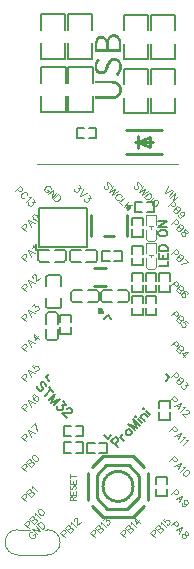
<source format=gto>
G04 Layer: TopSilkscreenLayer*
G04 EasyEDA v6.5.22, 2022-11-29 03:43:51*
G04 8ec36cdae1d24b8a87879ab1f9b651ff,67344a67363949849f01d11c0c7cf016,10*
G04 Gerber Generator version 0.2*
G04 Scale: 100 percent, Rotated: No, Reflected: No *
G04 Dimensions in inches *
G04 leading zeros omitted , absolute positions ,3 integer and 6 decimal *
%FSLAX36Y36*%
%MOIN*%

%ADD10C,0.0040*%
%ADD11C,0.0060*%
%ADD12C,0.0050*%
%ADD13C,0.0020*%
%ADD14C,0.0079*%
%ADD15C,0.0060*%
%ADD16C,0.0100*%
%ADD17C,0.0039*%
%ADD18C,0.0079*%
%ADD19C,0.0118*%
%ADD20C,0.0104*%

%LPD*%
G36*
X470300Y-136500D02*
G01*
X467400Y-136660D01*
X464700Y-137100D01*
X462220Y-137840D01*
X459940Y-138840D01*
X457860Y-140100D01*
X456000Y-141600D01*
X454340Y-143320D01*
X452900Y-145260D01*
X451659Y-147380D01*
X450620Y-149700D01*
X449799Y-152180D01*
X449200Y-154800D01*
X448700Y-154800D01*
X447920Y-152780D01*
X446960Y-150920D01*
X445820Y-149200D01*
X444500Y-147680D01*
X443040Y-146300D01*
X441440Y-145100D01*
X439700Y-144080D01*
X437860Y-143220D01*
X435920Y-142560D01*
X433880Y-142080D01*
X431780Y-141800D01*
X429600Y-141700D01*
X427380Y-141780D01*
X425300Y-142060D01*
X423360Y-142500D01*
X421540Y-143100D01*
X419840Y-143880D01*
X418280Y-144800D01*
X416820Y-145880D01*
X415500Y-147100D01*
X414300Y-148480D01*
X413200Y-149980D01*
X412220Y-151640D01*
X411360Y-153400D01*
X410600Y-155300D01*
X409940Y-157320D01*
X409400Y-159460D01*
X408960Y-161700D01*
X408620Y-164060D01*
X408380Y-166520D01*
X408240Y-169060D01*
X408200Y-187200D01*
X416100Y-187200D01*
X416100Y-173100D01*
X416180Y-169680D01*
X416440Y-166540D01*
X416880Y-163700D01*
X417520Y-161140D01*
X418340Y-158900D01*
X419400Y-156940D01*
X420680Y-155280D01*
X422180Y-153920D01*
X423940Y-152860D01*
X425959Y-152100D01*
X428240Y-151660D01*
X430800Y-151500D01*
X433040Y-151640D01*
X435140Y-152040D01*
X437060Y-152740D01*
X438820Y-153740D01*
X440400Y-155060D01*
X441780Y-156680D01*
X442980Y-158620D01*
X443980Y-160920D01*
X444760Y-163560D01*
X445340Y-166560D01*
X445680Y-169940D01*
X445800Y-173700D01*
X445800Y-187200D01*
X453500Y-187200D01*
X453500Y-171300D01*
X453560Y-168400D01*
X453740Y-165660D01*
X454060Y-163080D01*
X454480Y-160680D01*
X455060Y-158440D01*
X455740Y-156380D01*
X456560Y-154480D01*
X457520Y-152780D01*
X458600Y-151280D01*
X459820Y-149940D01*
X461160Y-148820D01*
X462660Y-147880D01*
X464280Y-147160D01*
X466040Y-146620D01*
X467960Y-146300D01*
X470000Y-146200D01*
X472239Y-146320D01*
X474340Y-146640D01*
X476280Y-147180D01*
X478060Y-147920D01*
X479700Y-148880D01*
X481180Y-150020D01*
X482520Y-151380D01*
X483700Y-152900D01*
X484739Y-154620D01*
X485640Y-156500D01*
X486400Y-158560D01*
X487020Y-160799D01*
X487500Y-163200D01*
X487840Y-165740D01*
X488040Y-168440D01*
X488100Y-171300D01*
X488100Y-187200D01*
X408200Y-187200D01*
X408200Y-197100D01*
X496000Y-197100D01*
X496000Y-169800D01*
X495940Y-166900D01*
X495740Y-164080D01*
X495420Y-161380D01*
X494980Y-158780D01*
X494400Y-156280D01*
X493700Y-153920D01*
X492860Y-151680D01*
X491900Y-149560D01*
X490820Y-147600D01*
X489600Y-145760D01*
X488260Y-144080D01*
X486780Y-142540D01*
X485180Y-141180D01*
X483440Y-139960D01*
X481580Y-138940D01*
X479580Y-138080D01*
X477460Y-137400D01*
X475200Y-136900D01*
X472819Y-136600D01*
G37*
G36*
X473000Y-214600D02*
G01*
X469860Y-214760D01*
X467020Y-215260D01*
X464420Y-216040D01*
X462060Y-217100D01*
X459920Y-218420D01*
X457980Y-219960D01*
X456220Y-221720D01*
X454600Y-223660D01*
X453140Y-225780D01*
X451800Y-228039D01*
X450560Y-230420D01*
X449400Y-232900D01*
X442920Y-248160D01*
X441700Y-250700D01*
X440340Y-253160D01*
X438720Y-255420D01*
X436820Y-257340D01*
X434580Y-258860D01*
X431920Y-259840D01*
X428800Y-260200D01*
X426800Y-260060D01*
X424920Y-259640D01*
X423200Y-258980D01*
X421640Y-258060D01*
X420220Y-256900D01*
X418980Y-255520D01*
X417920Y-253939D01*
X417020Y-252140D01*
X416320Y-250159D01*
X415820Y-248000D01*
X415500Y-245680D01*
X415400Y-243200D01*
X415540Y-240140D01*
X415980Y-237240D01*
X416680Y-234500D01*
X417640Y-231920D01*
X418860Y-229480D01*
X420300Y-227160D01*
X421940Y-224980D01*
X423800Y-222900D01*
X417400Y-217600D01*
X415840Y-219160D01*
X414380Y-220840D01*
X413020Y-222640D01*
X411760Y-224540D01*
X410620Y-226560D01*
X409600Y-228680D01*
X408720Y-230880D01*
X407980Y-233180D01*
X407380Y-235580D01*
X406960Y-238039D01*
X406700Y-240580D01*
X406599Y-243200D01*
X406719Y-246080D01*
X407040Y-248840D01*
X407580Y-251500D01*
X408300Y-254020D01*
X409240Y-256400D01*
X410340Y-258640D01*
X411620Y-260700D01*
X413060Y-262600D01*
X414660Y-264320D01*
X416400Y-265840D01*
X418300Y-267160D01*
X420319Y-268260D01*
X422440Y-269140D01*
X424700Y-269780D01*
X427060Y-270160D01*
X429500Y-270300D01*
X432580Y-270100D01*
X435400Y-269540D01*
X437939Y-268660D01*
X440260Y-267480D01*
X442340Y-266060D01*
X444219Y-264420D01*
X445880Y-262620D01*
X447380Y-260680D01*
X448700Y-258660D01*
X449860Y-256580D01*
X450900Y-254480D01*
X459320Y-235680D01*
X461240Y-232079D01*
X462280Y-230479D01*
X463420Y-229040D01*
X464680Y-227800D01*
X466100Y-226720D01*
X467680Y-225859D01*
X469460Y-225219D01*
X471460Y-224840D01*
X473700Y-224700D01*
X475880Y-224860D01*
X477939Y-225300D01*
X479860Y-226020D01*
X481620Y-227040D01*
X483200Y-228320D01*
X484620Y-229840D01*
X485860Y-231640D01*
X486880Y-233660D01*
X487700Y-235920D01*
X488300Y-238400D01*
X488680Y-241100D01*
X488800Y-244000D01*
X488720Y-246340D01*
X488440Y-248640D01*
X488020Y-250920D01*
X487420Y-253160D01*
X486680Y-255340D01*
X485780Y-257460D01*
X484739Y-259520D01*
X483579Y-261520D01*
X482260Y-263420D01*
X480820Y-265240D01*
X479260Y-266980D01*
X477600Y-268600D01*
X484500Y-274600D01*
X487360Y-271640D01*
X488680Y-270080D01*
X491079Y-266720D01*
X492160Y-264960D01*
X493160Y-263120D01*
X494060Y-261240D01*
X494860Y-259300D01*
X496180Y-255240D01*
X496680Y-253120D01*
X497080Y-250960D01*
X497360Y-248760D01*
X497540Y-246500D01*
X497600Y-244200D01*
X497520Y-241520D01*
X497280Y-238939D01*
X496900Y-236480D01*
X496360Y-234140D01*
X495700Y-231900D01*
X494900Y-229780D01*
X493960Y-227780D01*
X492920Y-225920D01*
X491740Y-224180D01*
X490480Y-222580D01*
X489099Y-221100D01*
X487620Y-219780D01*
X486060Y-218600D01*
X484400Y-217560D01*
X482660Y-216660D01*
X480860Y-215940D01*
X478980Y-215360D01*
X477040Y-214940D01*
X475040Y-214680D01*
G37*
G36*
X408200Y-291000D02*
G01*
X408200Y-300400D01*
X460500Y-300400D01*
X463620Y-300480D01*
X466540Y-300680D01*
X469240Y-301040D01*
X471740Y-301520D01*
X474040Y-302120D01*
X476140Y-302840D01*
X478060Y-303660D01*
X479799Y-304600D01*
X481360Y-305640D01*
X482760Y-306780D01*
X483980Y-308000D01*
X485060Y-309300D01*
X485980Y-310680D01*
X486760Y-312140D01*
X487420Y-313640D01*
X487939Y-315220D01*
X488320Y-316860D01*
X488600Y-318520D01*
X488800Y-322000D01*
X488720Y-324159D01*
X488459Y-326280D01*
X488040Y-328300D01*
X487420Y-330240D01*
X486580Y-332100D01*
X485540Y-333840D01*
X484260Y-335480D01*
X482760Y-336980D01*
X480980Y-338360D01*
X478940Y-339580D01*
X476640Y-340640D01*
X474040Y-341540D01*
X471140Y-342239D01*
X467920Y-342760D01*
X464380Y-343100D01*
X460500Y-343200D01*
X408200Y-343200D01*
X408200Y-353100D01*
X460400Y-353100D01*
X463800Y-353020D01*
X467000Y-352819D01*
X470000Y-352480D01*
X472840Y-352000D01*
X475500Y-351400D01*
X477980Y-350680D01*
X480300Y-349840D01*
X482440Y-348880D01*
X484440Y-347819D01*
X486260Y-346659D01*
X487939Y-345400D01*
X489460Y-344040D01*
X490840Y-342600D01*
X492080Y-341060D01*
X493180Y-339440D01*
X494159Y-337760D01*
X495000Y-335980D01*
X495720Y-334159D01*
X496300Y-332260D01*
X496780Y-330319D01*
X497140Y-328300D01*
X497400Y-326240D01*
X497560Y-324140D01*
X497560Y-319860D01*
X497400Y-317780D01*
X497140Y-315720D01*
X496780Y-313740D01*
X496300Y-311780D01*
X495720Y-309900D01*
X495000Y-308080D01*
X494159Y-306320D01*
X493180Y-304640D01*
X492080Y-303020D01*
X490840Y-301500D01*
X489460Y-300040D01*
X487939Y-298700D01*
X486260Y-297440D01*
X484440Y-296280D01*
X482440Y-295220D01*
X480300Y-294260D01*
X477980Y-293420D01*
X475500Y-292700D01*
X472840Y-292100D01*
X470000Y-291620D01*
X467000Y-291280D01*
X463800Y-291080D01*
X460400Y-291000D01*
G37*
D10*
X162887Y-777887D02*
G01*
X179081Y-794081D01*
X162887Y-777887D02*
G01*
X169818Y-770958D01*
X172928Y-769403D01*
X174484Y-769403D01*
X176747Y-770109D01*
X179081Y-772442D01*
X179859Y-774776D01*
X179859Y-776332D01*
X178303Y-779443D01*
X171372Y-786372D01*
X184949Y-755826D02*
G01*
X194991Y-778171D01*
X184949Y-755826D02*
G01*
X207294Y-765866D01*
X191878Y-770533D02*
G01*
X199657Y-762755D01*
X200859Y-739915D02*
G01*
X199304Y-743027D01*
X200010Y-746846D01*
X203121Y-751512D01*
X205455Y-753845D01*
X210052Y-756887D01*
X213940Y-757665D01*
X217051Y-756109D01*
X218607Y-754553D01*
X220093Y-751512D01*
X219315Y-747624D01*
X216275Y-743027D01*
X213940Y-740693D01*
X209274Y-737582D01*
X205455Y-736876D01*
X202415Y-738360D01*
X200859Y-739915D01*
X162887Y-877887D02*
G01*
X179081Y-894081D01*
X162887Y-877887D02*
G01*
X169818Y-870958D01*
X172928Y-869403D01*
X174484Y-869403D01*
X176747Y-870109D01*
X179081Y-872442D01*
X179859Y-874776D01*
X179859Y-876332D01*
X178303Y-879443D01*
X171372Y-886372D01*
X184949Y-855826D02*
G01*
X194991Y-878171D01*
X184949Y-855826D02*
G01*
X207294Y-865866D01*
X191878Y-870533D02*
G01*
X199657Y-862755D01*
X199232Y-847624D02*
G01*
X200082Y-845360D01*
X200082Y-840693D01*
X216275Y-856887D01*
X162845Y-977845D02*
G01*
X179108Y-994108D01*
X162845Y-977845D02*
G01*
X169774Y-970916D01*
X172887Y-969360D01*
X174441Y-969360D01*
X176775Y-970138D01*
X179108Y-972471D01*
X179886Y-974805D01*
X179886Y-976361D01*
X178261Y-979400D01*
X171331Y-986331D01*
X184906Y-955783D02*
G01*
X195019Y-978198D01*
X184906Y-955783D02*
G01*
X207323Y-965895D01*
X191837Y-970491D02*
G01*
X199614Y-962714D01*
X200817Y-947651D02*
G01*
X200039Y-946873D01*
X199261Y-944540D01*
X199261Y-942984D01*
X200039Y-940652D01*
X203079Y-937611D01*
X205412Y-936833D01*
X206968Y-936833D01*
X209302Y-937611D01*
X210857Y-939167D01*
X211635Y-941500D01*
X212343Y-945318D01*
X212413Y-960803D01*
X223233Y-949985D01*
X162908Y-1077853D02*
G01*
X179101Y-1094045D01*
X162908Y-1077853D02*
G01*
X169839Y-1070922D01*
X172950Y-1069367D01*
X174434Y-1069438D01*
X176768Y-1070216D01*
X179030Y-1072478D01*
X179809Y-1074812D01*
X179879Y-1076296D01*
X178323Y-1079407D01*
X171395Y-1086338D01*
X184971Y-1055790D02*
G01*
X194940Y-1078206D01*
X184971Y-1055790D02*
G01*
X207316Y-1065832D01*
X191900Y-1070498D02*
G01*
X199607Y-1062791D01*
X197770Y-1042991D02*
G01*
X206255Y-1034506D01*
X207739Y-1045326D01*
X210073Y-1042991D01*
X212406Y-1042213D01*
X213962Y-1042213D01*
X217073Y-1043769D01*
X218629Y-1045326D01*
X220113Y-1048366D01*
X220113Y-1051478D01*
X218559Y-1054589D01*
X216224Y-1056921D01*
X213184Y-1058407D01*
X211628Y-1058407D01*
X209295Y-1057629D01*
X162845Y-1177845D02*
G01*
X179108Y-1194108D01*
X162845Y-1177845D02*
G01*
X169774Y-1170916D01*
X172887Y-1169360D01*
X174441Y-1169360D01*
X176775Y-1170138D01*
X179108Y-1172471D01*
X179886Y-1174805D01*
X179886Y-1176361D01*
X178261Y-1179400D01*
X171331Y-1186331D01*
X184906Y-1155783D02*
G01*
X195019Y-1178198D01*
X184906Y-1155783D02*
G01*
X207323Y-1165895D01*
X191837Y-1170491D02*
G01*
X199614Y-1162714D01*
X203858Y-1136833D02*
G01*
X206968Y-1155360D01*
X218566Y-1143762D01*
X203858Y-1136833D02*
G01*
X220120Y-1153096D01*
X162860Y-1277860D02*
G01*
X179052Y-1294052D01*
X162860Y-1277860D02*
G01*
X169789Y-1270929D01*
X172901Y-1269373D01*
X174456Y-1269373D01*
X176790Y-1270151D01*
X179122Y-1272485D01*
X179830Y-1274747D01*
X179830Y-1276304D01*
X178274Y-1279414D01*
X171345Y-1286345D01*
X184920Y-1255797D02*
G01*
X194962Y-1278143D01*
X184920Y-1255797D02*
G01*
X207265Y-1265839D01*
X191851Y-1270506D02*
G01*
X199628Y-1262728D01*
X205428Y-1235291D02*
G01*
X197719Y-1242998D01*
X203872Y-1250707D01*
X203872Y-1249151D01*
X205497Y-1246111D01*
X207831Y-1243777D01*
X210801Y-1242222D01*
X213912Y-1242222D01*
X217024Y-1243777D01*
X218580Y-1245333D01*
X220135Y-1248443D01*
X220064Y-1251484D01*
X218580Y-1254524D01*
X216246Y-1256858D01*
X213135Y-1258413D01*
X211579Y-1258413D01*
X209317Y-1257707D01*
X162845Y-1377845D02*
G01*
X179108Y-1394108D01*
X162845Y-1377845D02*
G01*
X169774Y-1370916D01*
X172887Y-1369360D01*
X174441Y-1369360D01*
X176775Y-1370138D01*
X179108Y-1372471D01*
X179886Y-1374805D01*
X179886Y-1376361D01*
X178261Y-1379400D01*
X171331Y-1386331D01*
X184906Y-1355783D02*
G01*
X195019Y-1378198D01*
X184906Y-1355783D02*
G01*
X207323Y-1365895D01*
X191837Y-1370491D02*
G01*
X199614Y-1362714D01*
X207746Y-1337611D02*
G01*
X205412Y-1336833D01*
X202372Y-1338317D01*
X200817Y-1339873D01*
X199261Y-1342984D01*
X200039Y-1346873D01*
X203150Y-1351541D01*
X206968Y-1355360D01*
X210857Y-1357692D01*
X213969Y-1357692D01*
X217080Y-1356136D01*
X217858Y-1355360D01*
X219342Y-1352319D01*
X219342Y-1349207D01*
X217788Y-1346095D01*
X217010Y-1345318D01*
X213899Y-1343762D01*
X210857Y-1343834D01*
X207818Y-1345318D01*
X207040Y-1346095D01*
X205484Y-1349207D01*
X205412Y-1352247D01*
X206968Y-1355360D01*
X162853Y-1477853D02*
G01*
X179045Y-1494045D01*
X162853Y-1477853D02*
G01*
X169782Y-1470922D01*
X172894Y-1469367D01*
X174448Y-1469367D01*
X176783Y-1470145D01*
X179115Y-1472478D01*
X179893Y-1474812D01*
X179823Y-1476296D01*
X178267Y-1479407D01*
X171338Y-1486338D01*
X184913Y-1455790D02*
G01*
X194954Y-1478135D01*
X184913Y-1455790D02*
G01*
X207258Y-1465832D01*
X191844Y-1470498D02*
G01*
X199621Y-1462721D01*
X206975Y-1433728D02*
G01*
X215461Y-1457629D01*
X196156Y-1444547D02*
G01*
X206975Y-1433728D01*
X162853Y-1577853D02*
G01*
X179045Y-1594045D01*
X162853Y-1577853D02*
G01*
X169782Y-1570922D01*
X172894Y-1569367D01*
X174448Y-1569367D01*
X176783Y-1570145D01*
X179115Y-1572478D01*
X179893Y-1574812D01*
X179823Y-1576296D01*
X178267Y-1579407D01*
X171338Y-1586338D01*
X178762Y-1561943D02*
G01*
X194954Y-1578135D01*
X178762Y-1561943D02*
G01*
X185691Y-1555012D01*
X188802Y-1553456D01*
X190358Y-1553456D01*
X192622Y-1554306D01*
X194176Y-1555862D01*
X195025Y-1558123D01*
X195025Y-1559679D01*
X193400Y-1562721D01*
X186469Y-1569650D02*
G01*
X193400Y-1562721D01*
X196511Y-1561165D01*
X198067Y-1561165D01*
X200329Y-1562013D01*
X202662Y-1564346D01*
X203510Y-1566610D01*
X203510Y-1568164D01*
X201885Y-1571206D01*
X194954Y-1578135D01*
X199268Y-1541437D02*
G01*
X197712Y-1544547D01*
X198490Y-1548436D01*
X201601Y-1553103D01*
X203865Y-1555367D01*
X208532Y-1558478D01*
X212420Y-1559256D01*
X215461Y-1557629D01*
X217017Y-1556073D01*
X218573Y-1553103D01*
X217795Y-1549214D01*
X214684Y-1544547D01*
X212420Y-1542285D01*
X207753Y-1539173D01*
X203865Y-1538395D01*
X200823Y-1539881D01*
X199268Y-1541437D01*
X162908Y-1677853D02*
G01*
X179101Y-1694045D01*
X162908Y-1677853D02*
G01*
X169839Y-1670922D01*
X172950Y-1669367D01*
X174434Y-1669438D01*
X176768Y-1670216D01*
X179030Y-1672478D01*
X179809Y-1674812D01*
X179879Y-1676296D01*
X178323Y-1679407D01*
X171395Y-1686338D01*
X178748Y-1662013D02*
G01*
X194940Y-1678206D01*
X178748Y-1662013D02*
G01*
X185749Y-1655012D01*
X188789Y-1653528D01*
X190345Y-1653528D01*
X192678Y-1654306D01*
X194162Y-1655790D01*
X194940Y-1658123D01*
X194940Y-1659679D01*
X193456Y-1662721D01*
X186455Y-1669720D02*
G01*
X193456Y-1662721D01*
X196496Y-1661235D01*
X198051Y-1661235D01*
X200385Y-1662013D01*
X202649Y-1664275D01*
X203425Y-1666610D01*
X203425Y-1668164D01*
X201941Y-1671206D01*
X194940Y-1678206D01*
X197770Y-1649214D02*
G01*
X198546Y-1646880D01*
X198546Y-1642213D01*
X214740Y-1658407D01*
X172831Y-1767887D02*
G01*
X189023Y-1784081D01*
X172831Y-1767887D02*
G01*
X179832Y-1760888D01*
X182872Y-1759403D01*
X184427Y-1759403D01*
X186761Y-1760180D01*
X189095Y-1762514D01*
X189801Y-1764776D01*
X189801Y-1766332D01*
X188317Y-1769373D01*
X181316Y-1776372D01*
X188741Y-1751977D02*
G01*
X204933Y-1768171D01*
X188741Y-1751977D02*
G01*
X195671Y-1745048D01*
X198782Y-1743492D01*
X200338Y-1743492D01*
X202671Y-1744270D01*
X204227Y-1745826D01*
X204933Y-1748089D01*
X204933Y-1749645D01*
X203377Y-1752755D01*
X196448Y-1759686D02*
G01*
X203377Y-1752755D01*
X206489Y-1751199D01*
X208045Y-1751199D01*
X210378Y-1751977D01*
X212712Y-1754312D01*
X213418Y-1756574D01*
X213418Y-1758130D01*
X211864Y-1761241D01*
X204933Y-1768171D01*
X207762Y-1739178D02*
G01*
X208539Y-1736846D01*
X208470Y-1732249D01*
X224661Y-1748443D01*
X218227Y-1722492D02*
G01*
X216671Y-1725603D01*
X217449Y-1729492D01*
X220489Y-1734088D01*
X222824Y-1736421D01*
X227491Y-1739533D01*
X231309Y-1740239D01*
X234420Y-1738685D01*
X235976Y-1737129D01*
X237460Y-1734088D01*
X236754Y-1730270D01*
X233643Y-1725603D01*
X231309Y-1723270D01*
X226712Y-1720228D01*
X222824Y-1719450D01*
X219783Y-1720936D01*
X218227Y-1722492D01*
X292916Y-1797874D02*
G01*
X309108Y-1814067D01*
X292916Y-1797874D02*
G01*
X299845Y-1790943D01*
X302957Y-1789389D01*
X304513Y-1789389D01*
X306705Y-1790165D01*
X309038Y-1792500D01*
X309886Y-1794762D01*
X309886Y-1796318D01*
X308330Y-1799430D01*
X301401Y-1806359D01*
X308755Y-1782035D02*
G01*
X324947Y-1798227D01*
X308755Y-1782035D02*
G01*
X315756Y-1775034D01*
X318796Y-1773548D01*
X320351Y-1773548D01*
X322615Y-1774256D01*
X324169Y-1775812D01*
X324947Y-1778146D01*
X324947Y-1779701D01*
X323463Y-1782741D01*
X316462Y-1789742D02*
G01*
X323463Y-1782741D01*
X326503Y-1781257D01*
X328060Y-1781257D01*
X330322Y-1781963D01*
X332656Y-1784297D01*
X333434Y-1786631D01*
X333434Y-1788186D01*
X331948Y-1791226D01*
X324947Y-1798227D01*
X327705Y-1769164D02*
G01*
X328483Y-1766831D01*
X328553Y-1762235D01*
X344747Y-1778427D01*
X338242Y-1760185D02*
G01*
X337463Y-1759407D01*
X336756Y-1757145D01*
X336685Y-1755659D01*
X337463Y-1753326D01*
X340574Y-1750214D01*
X342908Y-1749436D01*
X344463Y-1749436D01*
X346727Y-1750144D01*
X348283Y-1751700D01*
X349061Y-1754032D01*
X349837Y-1757921D01*
X349837Y-1773337D01*
X360585Y-1762588D01*
X392867Y-1797867D02*
G01*
X409059Y-1814059D01*
X392867Y-1797867D02*
G01*
X399796Y-1790936D01*
X402908Y-1789382D01*
X404463Y-1789382D01*
X406797Y-1790158D01*
X409059Y-1792422D01*
X409837Y-1794756D01*
X409837Y-1796311D01*
X408281Y-1799421D01*
X401352Y-1806352D01*
X408777Y-1781957D02*
G01*
X424969Y-1798150D01*
X408777Y-1781957D02*
G01*
X415706Y-1775027D01*
X418818Y-1773472D01*
X420372Y-1773472D01*
X422636Y-1774319D01*
X424191Y-1775875D01*
X424969Y-1778067D01*
X424969Y-1779623D01*
X423413Y-1782734D01*
X416484Y-1789663D02*
G01*
X423413Y-1782734D01*
X426525Y-1781179D01*
X428081Y-1781179D01*
X430342Y-1782028D01*
X432676Y-1784360D01*
X433454Y-1786552D01*
X433454Y-1788108D01*
X431898Y-1791219D01*
X424969Y-1798150D01*
X427726Y-1769229D02*
G01*
X428505Y-1766896D01*
X428505Y-1762229D01*
X444697Y-1778420D01*
X435151Y-1755581D02*
G01*
X443636Y-1747096D01*
X445122Y-1757914D01*
X447454Y-1755581D01*
X449789Y-1754803D01*
X451345Y-1754803D01*
X454456Y-1756359D01*
X456010Y-1757914D01*
X457496Y-1760956D01*
X457496Y-1764067D01*
X455940Y-1767177D01*
X453677Y-1769441D01*
X450567Y-1770997D01*
X449011Y-1770997D01*
X446747Y-1770290D01*
X492867Y-1797853D02*
G01*
X509059Y-1814045D01*
X492867Y-1797853D02*
G01*
X499796Y-1790922D01*
X502908Y-1789367D01*
X504463Y-1789367D01*
X506797Y-1790145D01*
X509130Y-1792478D01*
X509837Y-1794740D01*
X509837Y-1796296D01*
X508281Y-1799407D01*
X501352Y-1806338D01*
X508777Y-1781943D02*
G01*
X524969Y-1798135D01*
X508777Y-1781943D02*
G01*
X515706Y-1775012D01*
X518818Y-1773456D01*
X520302Y-1773528D01*
X522636Y-1774306D01*
X524191Y-1775862D01*
X524899Y-1778123D01*
X524969Y-1779609D01*
X523413Y-1782721D01*
X516484Y-1789650D02*
G01*
X523413Y-1782721D01*
X526525Y-1781165D01*
X528009Y-1781235D01*
X530342Y-1782013D01*
X532676Y-1784346D01*
X533384Y-1786610D01*
X533454Y-1788094D01*
X531898Y-1791206D01*
X524969Y-1798135D01*
X527726Y-1769214D02*
G01*
X528505Y-1766880D01*
X528505Y-1762213D01*
X544697Y-1778407D01*
X541304Y-1749416D02*
G01*
X544414Y-1767941D01*
X556010Y-1756345D01*
X541304Y-1749416D02*
G01*
X557496Y-1765608D01*
X592894Y-1797838D02*
G01*
X609088Y-1814031D01*
X592894Y-1797838D02*
G01*
X599825Y-1790909D01*
X602935Y-1789353D01*
X604421Y-1789423D01*
X606754Y-1790201D01*
X609016Y-1792465D01*
X609794Y-1794798D01*
X609866Y-1796282D01*
X608310Y-1799394D01*
X601379Y-1806323D01*
X608733Y-1781999D02*
G01*
X624926Y-1798191D01*
X608733Y-1781999D02*
G01*
X615734Y-1774998D01*
X618775Y-1773514D01*
X620331Y-1773514D01*
X622663Y-1774292D01*
X624220Y-1775846D01*
X624926Y-1778110D01*
X624926Y-1779666D01*
X623442Y-1782705D01*
X616442Y-1789706D02*
G01*
X623442Y-1782705D01*
X626482Y-1781221D01*
X628038Y-1781221D01*
X630372Y-1781999D01*
X632705Y-1784333D01*
X633411Y-1786595D01*
X633411Y-1788150D01*
X631927Y-1791192D01*
X624926Y-1798191D01*
X627755Y-1769200D02*
G01*
X628533Y-1766867D01*
X628533Y-1762199D01*
X644726Y-1778393D01*
X642887Y-1747845D02*
G01*
X635109Y-1755623D01*
X641332Y-1763261D01*
X641260Y-1761775D01*
X642817Y-1758665D01*
X645149Y-1756331D01*
X648261Y-1754776D01*
X651302Y-1754845D01*
X654412Y-1756401D01*
X655969Y-1757957D01*
X657453Y-1760997D01*
X657525Y-1764038D01*
X655969Y-1767150D01*
X653636Y-1769484D01*
X650524Y-1771039D01*
X649038Y-1770967D01*
X646777Y-1770261D01*
X677105Y-1757894D02*
G01*
X660911Y-1774088D01*
X677105Y-1757894D02*
G01*
X684034Y-1764825D01*
X685590Y-1767935D01*
X685590Y-1769492D01*
X684882Y-1771754D01*
X682550Y-1774088D01*
X680216Y-1774866D01*
X678661Y-1774866D01*
X675549Y-1773310D01*
X668620Y-1766379D01*
X699167Y-1779956D02*
G01*
X676822Y-1789998D01*
X699167Y-1779956D02*
G01*
X689126Y-1802301D01*
X684529Y-1786815D02*
G01*
X692307Y-1794594D01*
X714299Y-1795088D02*
G01*
X711186Y-1793533D01*
X708924Y-1794239D01*
X707368Y-1795796D01*
X706590Y-1798128D01*
X707368Y-1800462D01*
X709702Y-1804351D01*
X711186Y-1807393D01*
X711186Y-1810504D01*
X710479Y-1812766D01*
X708146Y-1815100D01*
X705812Y-1815877D01*
X704257Y-1815877D01*
X701147Y-1814322D01*
X698105Y-1811282D01*
X696550Y-1808170D01*
X696550Y-1806615D01*
X697328Y-1804281D01*
X699661Y-1801948D01*
X701923Y-1801241D01*
X705036Y-1801241D01*
X708146Y-1802795D01*
X711965Y-1805059D01*
X714299Y-1805837D01*
X716631Y-1805059D01*
X718188Y-1803503D01*
X718895Y-1801241D01*
X717339Y-1798128D01*
X714299Y-1795088D01*
X677112Y-1652887D02*
G01*
X660918Y-1669081D01*
X677112Y-1652887D02*
G01*
X684041Y-1659818D01*
X685596Y-1662928D01*
X685596Y-1664484D01*
X684890Y-1666747D01*
X682557Y-1669081D01*
X680223Y-1669859D01*
X678667Y-1669859D01*
X675556Y-1668303D01*
X668627Y-1661372D01*
X699173Y-1674949D02*
G01*
X676828Y-1684991D01*
X699173Y-1674949D02*
G01*
X689133Y-1697294D01*
X684466Y-1681878D02*
G01*
X692244Y-1689657D01*
X715084Y-1701608D02*
G01*
X711972Y-1703162D01*
X708861Y-1703162D01*
X705821Y-1701678D01*
X705043Y-1700900D01*
X703487Y-1697788D01*
X703487Y-1694677D01*
X705043Y-1691567D01*
X705821Y-1690788D01*
X708861Y-1689304D01*
X711972Y-1689304D01*
X715084Y-1690859D01*
X715860Y-1691637D01*
X717345Y-1694677D01*
X717345Y-1697788D01*
X715084Y-1701608D01*
X711194Y-1705497D01*
X706597Y-1708537D01*
X702708Y-1709315D01*
X699668Y-1707829D01*
X698112Y-1706275D01*
X696556Y-1703162D01*
X697334Y-1700830D01*
X672112Y-1542901D02*
G01*
X655918Y-1559095D01*
X672112Y-1542901D02*
G01*
X679041Y-1549832D01*
X680596Y-1552943D01*
X680596Y-1554499D01*
X679890Y-1556761D01*
X677557Y-1559095D01*
X675223Y-1559872D01*
X673667Y-1559872D01*
X670556Y-1558317D01*
X663627Y-1551386D01*
X694173Y-1564964D02*
G01*
X671828Y-1575005D01*
X694173Y-1564964D02*
G01*
X684133Y-1587307D01*
X679537Y-1571822D02*
G01*
X687244Y-1579529D01*
X702375Y-1579247D02*
G01*
X704710Y-1580025D01*
X709306Y-1580095D01*
X693112Y-1596289D01*
X718993Y-1589783D02*
G01*
X715882Y-1588227D01*
X712134Y-1589005D01*
X707467Y-1592116D01*
X705133Y-1594450D01*
X702092Y-1599045D01*
X701244Y-1602865D01*
X702800Y-1605976D01*
X704355Y-1607532D01*
X707467Y-1609086D01*
X711356Y-1608310D01*
X715882Y-1605198D01*
X718215Y-1602865D01*
X721397Y-1598269D01*
X722103Y-1594450D01*
X720549Y-1591338D01*
X718993Y-1589783D01*
X672112Y-1442901D02*
G01*
X655918Y-1459095D01*
X672112Y-1442901D02*
G01*
X679041Y-1449832D01*
X680596Y-1452943D01*
X680596Y-1454499D01*
X679890Y-1456761D01*
X677557Y-1459095D01*
X675223Y-1459872D01*
X673667Y-1459872D01*
X670556Y-1458317D01*
X663627Y-1451386D01*
X694173Y-1464964D02*
G01*
X671828Y-1475005D01*
X694173Y-1464964D02*
G01*
X684133Y-1487307D01*
X679537Y-1471822D02*
G01*
X687244Y-1479529D01*
X702375Y-1479247D02*
G01*
X704710Y-1480025D01*
X709306Y-1480095D01*
X693112Y-1496289D01*
X711356Y-1488227D02*
G01*
X713690Y-1489005D01*
X718215Y-1489005D01*
X702022Y-1505198D01*
X672105Y-1342894D02*
G01*
X655911Y-1359088D01*
X672105Y-1342894D02*
G01*
X679034Y-1349825D01*
X680590Y-1352935D01*
X680590Y-1354492D01*
X679882Y-1356754D01*
X677550Y-1359088D01*
X675216Y-1359866D01*
X673661Y-1359866D01*
X670549Y-1358310D01*
X663620Y-1351379D01*
X694167Y-1364956D02*
G01*
X671822Y-1374998D01*
X694167Y-1364956D02*
G01*
X684126Y-1387301D01*
X679529Y-1371815D02*
G01*
X687307Y-1379594D01*
X702368Y-1379239D02*
G01*
X704702Y-1380018D01*
X709299Y-1380088D01*
X693105Y-1396282D01*
X711349Y-1389776D02*
G01*
X712127Y-1388998D01*
X714389Y-1388290D01*
X715945Y-1388290D01*
X718207Y-1388998D01*
X721320Y-1392109D01*
X722096Y-1394443D01*
X722096Y-1395999D01*
X721390Y-1398261D01*
X719834Y-1399816D01*
X717501Y-1400594D01*
X713611Y-1401372D01*
X698197Y-1401372D01*
X709016Y-1412192D01*
X677112Y-1262901D02*
G01*
X660918Y-1279095D01*
X677112Y-1262901D02*
G01*
X684041Y-1269832D01*
X685596Y-1272943D01*
X685596Y-1274499D01*
X684890Y-1276761D01*
X682557Y-1279095D01*
X680223Y-1279872D01*
X678667Y-1279872D01*
X675556Y-1278317D01*
X668627Y-1271386D01*
X693022Y-1278811D02*
G01*
X676828Y-1295005D01*
X693022Y-1278811D02*
G01*
X699951Y-1285742D01*
X701507Y-1288852D01*
X701435Y-1290338D01*
X700729Y-1292600D01*
X699173Y-1294155D01*
X696840Y-1294933D01*
X695354Y-1295005D01*
X692244Y-1293449D01*
X685313Y-1286520D02*
G01*
X692244Y-1293449D01*
X693800Y-1296559D01*
X693728Y-1298045D01*
X693022Y-1300308D01*
X690688Y-1302642D01*
X688355Y-1303418D01*
X686869Y-1303490D01*
X683759Y-1301934D01*
X676828Y-1295005D01*
X710417Y-1296206D02*
G01*
X718901Y-1304692D01*
X708153Y-1306248D01*
X710417Y-1308510D01*
X711194Y-1310844D01*
X711194Y-1312399D01*
X709639Y-1315511D01*
X708153Y-1316995D01*
X705043Y-1318551D01*
X701930Y-1318551D01*
X698890Y-1317067D01*
X696556Y-1314733D01*
X695001Y-1311622D01*
X695001Y-1310066D01*
X695779Y-1307732D01*
X677105Y-1157894D02*
G01*
X660911Y-1174088D01*
X677105Y-1157894D02*
G01*
X684034Y-1164825D01*
X685590Y-1167935D01*
X685590Y-1169492D01*
X684882Y-1171754D01*
X682550Y-1174088D01*
X680216Y-1174866D01*
X678661Y-1174866D01*
X675549Y-1173310D01*
X668620Y-1166379D01*
X693015Y-1173805D02*
G01*
X676822Y-1189998D01*
X693015Y-1173805D02*
G01*
X699944Y-1180734D01*
X701500Y-1183845D01*
X701500Y-1185401D01*
X700722Y-1187593D01*
X699167Y-1189149D01*
X696903Y-1189998D01*
X695347Y-1189998D01*
X692237Y-1188442D01*
X685306Y-1181511D02*
G01*
X692237Y-1188442D01*
X693793Y-1191552D01*
X693793Y-1193108D01*
X693015Y-1195300D01*
X690680Y-1197633D01*
X688418Y-1198483D01*
X686862Y-1198483D01*
X683751Y-1196927D01*
X676822Y-1189998D01*
X716631Y-1197422D02*
G01*
X698105Y-1200392D01*
X709702Y-1211988D01*
X716631Y-1197422D02*
G01*
X700439Y-1213614D01*
X677105Y-1057894D02*
G01*
X660911Y-1074088D01*
X677105Y-1057894D02*
G01*
X684034Y-1064825D01*
X685590Y-1067935D01*
X685590Y-1069492D01*
X684882Y-1071754D01*
X682550Y-1074088D01*
X680216Y-1074866D01*
X678661Y-1074866D01*
X675549Y-1073310D01*
X668620Y-1066379D01*
X693015Y-1073805D02*
G01*
X676822Y-1089998D01*
X693015Y-1073805D02*
G01*
X699944Y-1080734D01*
X701500Y-1083845D01*
X701500Y-1085401D01*
X700722Y-1087593D01*
X699167Y-1089149D01*
X696903Y-1089998D01*
X695347Y-1089998D01*
X692237Y-1088442D01*
X685306Y-1081511D02*
G01*
X692237Y-1088442D01*
X693793Y-1091552D01*
X693793Y-1093108D01*
X693015Y-1095300D01*
X690680Y-1097633D01*
X688418Y-1098483D01*
X686862Y-1098483D01*
X683751Y-1096927D01*
X676822Y-1089998D01*
X718117Y-1098906D02*
G01*
X710410Y-1091199D01*
X702701Y-1097352D01*
X704257Y-1097352D01*
X707368Y-1098906D01*
X709702Y-1101241D01*
X711186Y-1104281D01*
X711186Y-1107393D01*
X709632Y-1110504D01*
X708146Y-1111988D01*
X705036Y-1113544D01*
X701923Y-1113544D01*
X698883Y-1112058D01*
X696550Y-1109726D01*
X694994Y-1106615D01*
X694994Y-1105059D01*
X695772Y-1102725D01*
X677105Y-957894D02*
G01*
X660911Y-974088D01*
X677105Y-957894D02*
G01*
X684034Y-964825D01*
X685590Y-967935D01*
X685590Y-969492D01*
X684882Y-971754D01*
X682550Y-974088D01*
X680216Y-974866D01*
X678661Y-974866D01*
X675549Y-973310D01*
X668620Y-966379D01*
X693015Y-973805D02*
G01*
X676822Y-989998D01*
X693015Y-973805D02*
G01*
X699944Y-980734D01*
X701500Y-983845D01*
X701500Y-985401D01*
X700722Y-987593D01*
X699167Y-989149D01*
X696903Y-989998D01*
X695347Y-989998D01*
X692237Y-988442D01*
X685306Y-981511D02*
G01*
X692237Y-988442D01*
X693793Y-991552D01*
X693793Y-993108D01*
X693015Y-995300D01*
X690680Y-997633D01*
X688418Y-998483D01*
X686862Y-998483D01*
X683751Y-996927D01*
X676822Y-989998D01*
X715853Y-1001170D02*
G01*
X716561Y-998906D01*
X715077Y-995866D01*
X713521Y-994310D01*
X710410Y-992755D01*
X706590Y-993463D01*
X701923Y-996574D01*
X698105Y-1000392D01*
X695772Y-1004281D01*
X695772Y-1007393D01*
X697328Y-1010504D01*
X698105Y-1011282D01*
X701217Y-1012836D01*
X704257Y-1012766D01*
X707368Y-1011210D01*
X708146Y-1010432D01*
X709632Y-1007393D01*
X709702Y-1004351D01*
X708146Y-1001241D01*
X707368Y-1000462D01*
X704257Y-998906D01*
X701147Y-998906D01*
X698105Y-1000392D01*
X677112Y-852901D02*
G01*
X660918Y-869095D01*
X677112Y-852901D02*
G01*
X684041Y-859832D01*
X685596Y-862943D01*
X685596Y-864499D01*
X684890Y-866761D01*
X682557Y-869095D01*
X680223Y-869872D01*
X678667Y-869872D01*
X675556Y-868317D01*
X668627Y-861386D01*
X693022Y-868811D02*
G01*
X676828Y-885005D01*
X693022Y-868811D02*
G01*
X699951Y-875742D01*
X701507Y-878852D01*
X701435Y-880338D01*
X700729Y-882600D01*
X699173Y-884155D01*
X696840Y-884933D01*
X695354Y-885005D01*
X692244Y-883449D01*
X685313Y-876520D02*
G01*
X692244Y-883449D01*
X693800Y-886559D01*
X693728Y-888045D01*
X693022Y-890308D01*
X690688Y-892642D01*
X688355Y-893418D01*
X686869Y-893490D01*
X683759Y-891934D01*
X676828Y-885005D01*
X719679Y-895470D02*
G01*
X695779Y-903955D01*
X708861Y-884650D02*
G01*
X719679Y-895470D01*
X677105Y-752894D02*
G01*
X660911Y-769088D01*
X677105Y-752894D02*
G01*
X684034Y-759825D01*
X685590Y-762935D01*
X685590Y-764492D01*
X684882Y-766754D01*
X682550Y-769088D01*
X680216Y-769866D01*
X678661Y-769866D01*
X675549Y-768310D01*
X668620Y-761379D01*
X693015Y-768805D02*
G01*
X676822Y-784998D01*
X693015Y-768805D02*
G01*
X699944Y-775734D01*
X701500Y-778845D01*
X701500Y-780401D01*
X700722Y-782593D01*
X699167Y-784149D01*
X696903Y-784998D01*
X695347Y-784998D01*
X692237Y-783442D01*
X685306Y-776511D02*
G01*
X692237Y-783442D01*
X693793Y-786552D01*
X693793Y-788108D01*
X693015Y-790300D01*
X690680Y-792633D01*
X688418Y-793483D01*
X686862Y-793483D01*
X683751Y-791927D01*
X676822Y-784998D01*
X712743Y-788533D02*
G01*
X709632Y-786977D01*
X707368Y-787685D01*
X705812Y-789239D01*
X705036Y-791574D01*
X705812Y-793906D01*
X708146Y-797795D01*
X709632Y-800837D01*
X709632Y-803948D01*
X708924Y-806210D01*
X706590Y-808544D01*
X704257Y-809322D01*
X702701Y-809322D01*
X699661Y-807836D01*
X696550Y-804726D01*
X694994Y-801615D01*
X694994Y-800059D01*
X695772Y-797725D01*
X698105Y-795392D01*
X700369Y-794684D01*
X703479Y-794684D01*
X706590Y-796241D01*
X710479Y-798573D01*
X712743Y-799281D01*
X715077Y-798503D01*
X716631Y-796948D01*
X717339Y-794684D01*
X715853Y-791644D01*
X712743Y-788533D01*
X667112Y-692887D02*
G01*
X650918Y-709081D01*
X667112Y-692887D02*
G01*
X674041Y-699818D01*
X675596Y-702928D01*
X675596Y-704484D01*
X674890Y-706747D01*
X672557Y-709081D01*
X670223Y-709859D01*
X668667Y-709859D01*
X665556Y-708303D01*
X658627Y-701372D01*
X683022Y-708798D02*
G01*
X666828Y-724991D01*
X683022Y-708798D02*
G01*
X689951Y-715727D01*
X691507Y-718838D01*
X691507Y-720394D01*
X690729Y-722586D01*
X689173Y-724142D01*
X686911Y-724991D01*
X685354Y-724991D01*
X682244Y-723434D01*
X675313Y-716505D02*
G01*
X682244Y-723434D01*
X683800Y-726545D01*
X683800Y-728101D01*
X682950Y-730365D01*
X680688Y-732627D01*
X678425Y-733476D01*
X676869Y-733476D01*
X673759Y-731920D01*
X666828Y-724991D01*
X703528Y-740052D02*
G01*
X700417Y-741608D01*
X697375Y-741678D01*
X694265Y-740122D01*
X693487Y-739344D01*
X691930Y-736233D01*
X691930Y-733121D01*
X693487Y-730010D01*
X694265Y-729232D01*
X697305Y-727748D01*
X700417Y-727748D01*
X703528Y-729304D01*
X704306Y-730082D01*
X705860Y-733193D01*
X705790Y-736233D01*
X703528Y-740052D01*
X699639Y-743940D01*
X695043Y-746981D01*
X691224Y-747829D01*
X688112Y-746275D01*
X686556Y-744719D01*
X685001Y-741608D01*
X685779Y-739274D01*
X353667Y-639443D02*
G01*
X362152Y-647928D01*
X351334Y-649414D01*
X353667Y-651747D01*
X354445Y-654081D01*
X354445Y-655635D01*
X352890Y-658748D01*
X351404Y-660232D01*
X348294Y-661788D01*
X345181Y-661788D01*
X342071Y-660232D01*
X339807Y-657970D01*
X338252Y-654859D01*
X338252Y-653303D01*
X339030Y-650969D01*
X368022Y-653798D02*
G01*
X357980Y-676141D01*
X380326Y-666102D02*
G01*
X357980Y-676141D01*
X386972Y-672748D02*
G01*
X395457Y-681233D01*
X384710Y-682788D01*
X386972Y-685052D01*
X387750Y-687384D01*
X387750Y-688940D01*
X386194Y-692051D01*
X384710Y-693537D01*
X381597Y-695093D01*
X378487Y-695093D01*
X375446Y-693607D01*
X373112Y-691275D01*
X371556Y-688162D01*
X371556Y-686608D01*
X372334Y-684274D01*
X460596Y-641039D02*
G01*
X460596Y-637928D01*
X459041Y-634818D01*
X456001Y-631777D01*
X452890Y-630221D01*
X449778Y-630221D01*
X448294Y-631705D01*
X447516Y-634040D01*
X447516Y-635594D01*
X448294Y-637928D01*
X451334Y-644081D01*
X452112Y-646413D01*
X452112Y-647970D01*
X451404Y-650232D01*
X449070Y-652566D01*
X445960Y-652566D01*
X442849Y-651010D01*
X439807Y-647970D01*
X438252Y-644859D01*
X438252Y-641747D01*
X468022Y-643798D02*
G01*
X455648Y-663809D01*
X475729Y-651505D02*
G01*
X455648Y-663809D01*
X475729Y-651505D02*
G01*
X463355Y-671516D01*
X483436Y-659212D02*
G01*
X463355Y-671516D01*
X496305Y-679719D02*
G01*
X497013Y-677456D01*
X497013Y-674344D01*
X496235Y-672011D01*
X493123Y-668899D01*
X490860Y-668193D01*
X487750Y-668193D01*
X485486Y-668899D01*
X482375Y-670455D01*
X478487Y-674344D01*
X477002Y-677384D01*
X476224Y-679719D01*
X476224Y-682829D01*
X476930Y-685093D01*
X480043Y-688204D01*
X482375Y-688982D01*
X485486Y-688982D01*
X487820Y-688204D01*
X505216Y-680992D02*
G01*
X489023Y-697184D01*
X489023Y-697184D02*
G01*
X498215Y-706377D01*
X519499Y-695275D02*
G01*
X503306Y-711467D01*
X530318Y-706093D02*
G01*
X508681Y-706093D01*
X516458Y-706093D02*
G01*
X514124Y-722287D01*
X560596Y-641039D02*
G01*
X560596Y-637928D01*
X559041Y-634818D01*
X556001Y-631777D01*
X552890Y-630221D01*
X549778Y-630221D01*
X548294Y-631705D01*
X547516Y-634040D01*
X547516Y-635594D01*
X548294Y-637928D01*
X551334Y-644081D01*
X552112Y-646413D01*
X552112Y-647970D01*
X551404Y-650232D01*
X549070Y-652566D01*
X545960Y-652566D01*
X542849Y-651010D01*
X539807Y-647970D01*
X538252Y-644859D01*
X538252Y-641747D01*
X568022Y-643798D02*
G01*
X555648Y-663809D01*
X575729Y-651505D02*
G01*
X555648Y-663809D01*
X575729Y-651505D02*
G01*
X563355Y-671516D01*
X583436Y-659212D02*
G01*
X563355Y-671516D01*
X588528Y-664304D02*
G01*
X572334Y-680497D01*
X588528Y-664304D02*
G01*
X593901Y-669677D01*
X595457Y-672788D01*
X595457Y-675900D01*
X594751Y-678162D01*
X593195Y-681275D01*
X589306Y-685163D01*
X586264Y-686649D01*
X583931Y-687426D01*
X580821Y-687426D01*
X577708Y-685871D01*
X572334Y-680497D01*
X604438Y-680214D02*
G01*
X588245Y-696406D01*
X614124Y-689900D02*
G01*
X611792Y-689122D01*
X608681Y-689122D01*
X606487Y-689900D01*
X603377Y-691457D01*
X599488Y-695345D01*
X598002Y-698386D01*
X597154Y-700648D01*
X597154Y-703760D01*
X597932Y-706093D01*
X601044Y-709205D01*
X603377Y-709983D01*
X606417Y-709911D01*
X608751Y-709135D01*
X611792Y-707649D01*
X615680Y-703760D01*
X617237Y-700648D01*
X617944Y-698386D01*
X618013Y-695345D01*
X617237Y-693013D01*
X614124Y-689900D01*
X652112Y-642887D02*
G01*
X642071Y-665232D01*
X664486Y-655261D02*
G01*
X642071Y-665232D01*
X669578Y-660354D02*
G01*
X653384Y-676545D01*
X674668Y-665444D02*
G01*
X658476Y-681637D01*
X674668Y-665444D02*
G01*
X669223Y-692384D01*
X685417Y-676192D02*
G01*
X669223Y-692384D01*
X259890Y-653303D02*
G01*
X260596Y-651039D01*
X260596Y-647928D01*
X259819Y-645594D01*
X256707Y-642483D01*
X254445Y-641777D01*
X251334Y-641777D01*
X249070Y-642483D01*
X245960Y-644040D01*
X242071Y-647928D01*
X240585Y-650969D01*
X239807Y-653303D01*
X239807Y-656413D01*
X240515Y-658676D01*
X243627Y-661788D01*
X245960Y-662566D01*
X249070Y-662566D01*
X251404Y-661788D01*
X253667Y-659524D01*
X249778Y-655635D02*
G01*
X253667Y-659524D01*
X268800Y-654576D02*
G01*
X252606Y-670767D01*
X268800Y-654576D02*
G01*
X263355Y-681516D01*
X279547Y-665324D02*
G01*
X263355Y-681516D01*
X284639Y-670414D02*
G01*
X268445Y-686608D01*
X284639Y-670414D02*
G01*
X290084Y-675859D01*
X291568Y-678899D01*
X291568Y-682011D01*
X290860Y-684274D01*
X289306Y-687384D01*
X285417Y-691275D01*
X282375Y-692759D01*
X280043Y-693537D01*
X276930Y-693537D01*
X273890Y-692051D01*
X268445Y-686608D01*
X157112Y-642887D02*
G01*
X140918Y-659081D01*
X157112Y-642887D02*
G01*
X164041Y-649818D01*
X165596Y-652928D01*
X165596Y-654484D01*
X164890Y-656747D01*
X162557Y-659081D01*
X160223Y-659859D01*
X158667Y-659859D01*
X155556Y-658303D01*
X148627Y-651372D01*
X180729Y-674142D02*
G01*
X181435Y-671878D01*
X181507Y-668838D01*
X180729Y-666505D01*
X177618Y-663393D01*
X175284Y-662615D01*
X172244Y-662687D01*
X169980Y-663393D01*
X166869Y-664949D01*
X162980Y-668838D01*
X161496Y-671878D01*
X160718Y-674212D01*
X160648Y-677253D01*
X161424Y-679587D01*
X164537Y-682698D01*
X166869Y-683476D01*
X169911Y-683404D01*
X172244Y-682627D01*
X186597Y-678454D02*
G01*
X188861Y-679304D01*
X193528Y-679304D01*
X177334Y-695497D01*
X200174Y-685951D02*
G01*
X208659Y-694436D01*
X197840Y-695920D01*
X200174Y-698254D01*
X200952Y-700587D01*
X200952Y-702143D01*
X199396Y-705255D01*
X197912Y-706739D01*
X194801Y-708294D01*
X191689Y-708294D01*
X188578Y-706739D01*
X186244Y-704405D01*
X184760Y-701365D01*
X184760Y-699810D01*
X185538Y-697476D01*
D11*
X621601Y-910000D02*
G01*
X650300Y-910000D01*
X650300Y-910000D02*
G01*
X650300Y-893600D01*
X621601Y-884600D02*
G01*
X650300Y-884600D01*
X621601Y-884600D02*
G01*
X621601Y-866900D01*
X635300Y-884600D02*
G01*
X635302Y-873699D01*
X650300Y-884600D02*
G01*
X650300Y-866900D01*
X621601Y-857899D02*
G01*
X650300Y-857899D01*
X621601Y-857899D02*
G01*
X621601Y-848400D01*
X623000Y-844299D01*
X625700Y-841500D01*
X628501Y-840199D01*
X632501Y-838800D01*
X639400Y-838800D01*
X643501Y-840199D01*
X646201Y-841500D01*
X648901Y-844299D01*
X650300Y-848400D01*
X650300Y-857899D01*
X619699Y-801799D02*
G01*
X621100Y-804499D01*
X623800Y-807300D01*
X626500Y-808600D01*
X630599Y-810000D01*
X637500Y-810000D01*
X641500Y-808600D01*
X644299Y-807300D01*
X646999Y-804499D01*
X648400Y-801799D01*
X648400Y-796399D01*
X646999Y-793600D01*
X644299Y-790900D01*
X641500Y-789499D01*
X637500Y-788200D01*
X630599Y-788200D01*
X626500Y-789499D01*
X623800Y-790900D01*
X621100Y-793600D01*
X619699Y-796399D01*
X619699Y-801799D01*
X619699Y-779200D02*
G01*
X648400Y-779200D01*
X619699Y-779200D02*
G01*
X648400Y-760100D01*
X619699Y-760100D02*
G01*
X648400Y-760100D01*
D10*
X324800Y-1690000D02*
G01*
X343899Y-1690000D01*
X324800Y-1690000D02*
G01*
X324800Y-1681799D01*
X325700Y-1679099D01*
X326599Y-1678200D01*
X328499Y-1677300D01*
X330300Y-1677300D01*
X332100Y-1678200D01*
X333000Y-1679099D01*
X333899Y-1681799D01*
X333899Y-1690000D01*
X333899Y-1683600D02*
G01*
X343899Y-1677300D01*
X324800Y-1671300D02*
G01*
X343899Y-1671300D01*
X324800Y-1671300D02*
G01*
X324800Y-1659499D01*
X333899Y-1671300D02*
G01*
X333899Y-1664000D01*
X343899Y-1671300D02*
G01*
X343899Y-1659499D01*
X327500Y-1640700D02*
G01*
X325700Y-1642500D01*
X324800Y-1645300D01*
X324800Y-1648899D01*
X325700Y-1651599D01*
X327500Y-1653499D01*
X329400Y-1653499D01*
X331199Y-1652500D01*
X332100Y-1651599D01*
X333000Y-1649800D01*
X334800Y-1644400D01*
X335700Y-1642500D01*
X336599Y-1641599D01*
X338499Y-1640700D01*
X341199Y-1640700D01*
X343000Y-1642500D01*
X343899Y-1645300D01*
X343899Y-1648899D01*
X343000Y-1651599D01*
X341199Y-1653499D01*
X324800Y-1634699D02*
G01*
X343899Y-1634699D01*
X324800Y-1634699D02*
G01*
X324800Y-1622899D01*
X333899Y-1634699D02*
G01*
X333899Y-1627500D01*
X343899Y-1634699D02*
G01*
X343899Y-1622899D01*
X324800Y-1610500D02*
G01*
X343899Y-1610500D01*
X324800Y-1616900D02*
G01*
X324800Y-1604200D01*
X198303Y-1795109D02*
G01*
X196039Y-1794403D01*
X192928Y-1794403D01*
X190594Y-1795180D01*
X187483Y-1798292D01*
X186777Y-1800554D01*
X186777Y-1803665D01*
X187483Y-1805929D01*
X189039Y-1809040D01*
X192928Y-1812928D01*
X195969Y-1814414D01*
X198303Y-1815192D01*
X201413Y-1815192D01*
X203676Y-1814484D01*
X206788Y-1811372D01*
X207566Y-1809040D01*
X207566Y-1805929D01*
X206788Y-1803595D01*
X204524Y-1801332D01*
X200635Y-1805221D02*
G01*
X204524Y-1801332D01*
X199576Y-1786199D02*
G01*
X215767Y-1802393D01*
X199576Y-1786199D02*
G01*
X226516Y-1791644D01*
X210324Y-1775452D02*
G01*
X226516Y-1791644D01*
X215414Y-1770360D02*
G01*
X231608Y-1786554D01*
X215414Y-1770360D02*
G01*
X220859Y-1764915D01*
X223899Y-1763431D01*
X227011Y-1763431D01*
X229274Y-1764139D01*
X232384Y-1765693D01*
X236275Y-1769582D01*
X237759Y-1772624D01*
X238537Y-1774956D01*
X238537Y-1778069D01*
X237051Y-1781109D01*
X231608Y-1786554D01*
D12*
X463159Y-1492159D02*
G01*
X484798Y-1513798D01*
X463159Y-1492159D02*
G01*
X472424Y-1482896D01*
X476595Y-1480846D01*
X478575Y-1480846D01*
X481687Y-1481837D01*
X484798Y-1484947D01*
X485787Y-1488058D01*
X485859Y-1490109D01*
X483737Y-1494211D01*
X474474Y-1503474D01*
X491586Y-1478159D02*
G01*
X506010Y-1492584D01*
X497737Y-1484312D02*
G01*
X495686Y-1480281D01*
X495617Y-1476109D01*
X496676Y-1473069D01*
X499789Y-1469956D01*
X511738Y-1458006D02*
G01*
X510677Y-1461048D01*
X510749Y-1465219D01*
X512728Y-1469321D01*
X514778Y-1471372D01*
X518951Y-1473422D01*
X523051Y-1473422D01*
X526163Y-1472431D01*
X529203Y-1469391D01*
X530194Y-1466280D01*
X530264Y-1462107D01*
X528144Y-1458006D01*
X526093Y-1455956D01*
X522062Y-1453906D01*
X517820Y-1453906D01*
X514778Y-1454967D01*
X511738Y-1458006D01*
X519517Y-1435803D02*
G01*
X541154Y-1457442D01*
X519517Y-1435803D02*
G01*
X549357Y-1449238D01*
X535992Y-1419328D02*
G01*
X549357Y-1449238D01*
X535992Y-1419328D02*
G01*
X557629Y-1440965D01*
X542781Y-1412539D02*
G01*
X544830Y-1412611D01*
X544830Y-1410489D01*
X542781Y-1410560D01*
X542781Y-1412539D01*
X550983Y-1418762D02*
G01*
X565408Y-1433188D01*
X558832Y-1410913D02*
G01*
X573256Y-1425338D01*
X562932Y-1415014D02*
G01*
X562932Y-1408793D01*
X563993Y-1405752D01*
X567033Y-1402710D01*
X570075Y-1401651D01*
X574247Y-1403701D01*
X584571Y-1414025D01*
X569720Y-1385599D02*
G01*
X571772Y-1385670D01*
X571772Y-1383548D01*
X569720Y-1383620D01*
X569720Y-1385599D01*
X577923Y-1391822D02*
G01*
X592348Y-1406246D01*
X245153Y-1309697D02*
G01*
X245153Y-1305594D01*
X243103Y-1301424D01*
X239000Y-1297321D01*
X234828Y-1295272D01*
X230727Y-1295272D01*
X228677Y-1297321D01*
X227687Y-1300434D01*
X227687Y-1302413D01*
X228677Y-1305524D01*
X232779Y-1313726D01*
X233840Y-1316909D01*
X233840Y-1318888D01*
X232849Y-1321999D01*
X229738Y-1325111D01*
X225637Y-1325111D01*
X221464Y-1323060D01*
X217363Y-1318960D01*
X215313Y-1314787D01*
X215313Y-1310686D01*
X262195Y-1320515D02*
G01*
X240556Y-1342152D01*
X255052Y-1313373D02*
G01*
X269407Y-1327728D01*
X276194Y-1334515D02*
G01*
X254558Y-1356154D01*
X276194Y-1334515D02*
G01*
X262831Y-1364427D01*
X292671Y-1350992D02*
G01*
X262831Y-1364427D01*
X292671Y-1350992D02*
G01*
X271033Y-1372629D01*
X301509Y-1359830D02*
G01*
X312822Y-1371143D01*
X298469Y-1373195D01*
X301509Y-1376235D01*
X302570Y-1379416D01*
X302500Y-1381467D01*
X300520Y-1385569D01*
X298469Y-1387620D01*
X294297Y-1389670D01*
X290196Y-1389670D01*
X286024Y-1387620D01*
X282982Y-1384578D01*
X280933Y-1380407D01*
X281003Y-1378357D01*
X281993Y-1375245D01*
X316500Y-1385145D02*
G01*
X317561Y-1384083D01*
X320671Y-1383094D01*
X322651Y-1383094D01*
X325763Y-1384083D01*
X329935Y-1388256D01*
X330925Y-1391368D01*
X330925Y-1393346D01*
X329935Y-1396458D01*
X327885Y-1398508D01*
X324773Y-1399499D01*
X319612Y-1400560D01*
X299034Y-1400630D01*
X313389Y-1414985D01*
D10*
X150999Y-1871999D02*
G01*
X249000Y-1871999D01*
X249000Y-1788000D02*
G01*
X240000Y-1788000D01*
X150999Y-1788000D02*
G01*
X190000Y-1788000D01*
D13*
X215999Y-568998D02*
G01*
X685999Y-568998D01*
D14*
X309729Y-122150D02*
G01*
X309729Y-70180D01*
X228229Y-70180D01*
X228229Y-122150D01*
X309729Y-166720D02*
G01*
X309729Y-218690D01*
X228229Y-218690D01*
X228229Y-166720D01*
X310740Y-298159D02*
G01*
X310740Y-246190D01*
X229239Y-246190D01*
X229239Y-298159D01*
X310740Y-342730D02*
G01*
X310740Y-394699D01*
X229239Y-394699D01*
X229239Y-342730D01*
X675740Y-123159D02*
G01*
X675740Y-71190D01*
X594239Y-71190D01*
X594239Y-123159D01*
X675740Y-167730D02*
G01*
X675740Y-219699D01*
X594239Y-219699D01*
X594239Y-167730D01*
X675740Y-303159D02*
G01*
X675740Y-251190D01*
X594239Y-251190D01*
X594239Y-303159D01*
X675740Y-347730D02*
G01*
X675740Y-399699D01*
X594239Y-399699D01*
X594239Y-347730D01*
D11*
X613000Y-1652300D02*
G01*
X613000Y-1677300D01*
X646999Y-1677300D01*
X646999Y-1656300D01*
X646999Y-1652300D01*
X646999Y-1637300D02*
G01*
X646999Y-1613299D01*
X613000Y-1613299D01*
X613000Y-1634299D01*
X613000Y-1637300D01*
X329699Y-1496999D02*
G01*
X304699Y-1496999D01*
X304699Y-1530999D01*
X325700Y-1530999D01*
X329699Y-1530999D01*
X344699Y-1530999D02*
G01*
X368699Y-1530999D01*
X368699Y-1496999D01*
X347699Y-1496999D01*
X344699Y-1496999D01*
X407699Y-1498000D02*
G01*
X382699Y-1498000D01*
X382699Y-1531999D01*
X403699Y-1531999D01*
X407699Y-1531999D01*
X422699Y-1531999D02*
G01*
X446700Y-1531999D01*
X446700Y-1498000D01*
X425700Y-1498000D01*
X422699Y-1498000D01*
X566999Y-1032699D02*
G01*
X566999Y-1007699D01*
X533000Y-1007699D01*
X533000Y-1028699D01*
X533000Y-1032699D01*
X533000Y-1047699D02*
G01*
X533000Y-1071700D01*
X566999Y-1071700D01*
X566999Y-1050700D01*
X566999Y-1047699D01*
X623000Y-1397300D02*
G01*
X623000Y-1422300D01*
X656999Y-1422300D01*
X656999Y-1401300D01*
X656999Y-1397300D01*
X656999Y-1382300D02*
G01*
X656999Y-1358299D01*
X623000Y-1358299D01*
X623000Y-1379299D01*
X623000Y-1382300D01*
X611999Y-957699D02*
G01*
X611999Y-932699D01*
X578000Y-932699D01*
X578000Y-953699D01*
X578000Y-957699D01*
X578000Y-972699D02*
G01*
X578000Y-996700D01*
X611999Y-996700D01*
X611999Y-975700D01*
X611999Y-972699D01*
X611999Y-1032699D02*
G01*
X611999Y-1007699D01*
X578000Y-1007699D01*
X578000Y-1028699D01*
X578000Y-1032699D01*
X578000Y-1047699D02*
G01*
X578000Y-1071700D01*
X611999Y-1071700D01*
X611999Y-1050700D01*
X611999Y-1047699D01*
X656999Y-957699D02*
G01*
X656999Y-932699D01*
X623000Y-932699D01*
X623000Y-953699D01*
X623000Y-957699D01*
X623000Y-972699D02*
G01*
X623000Y-996700D01*
X656999Y-996700D01*
X656999Y-975700D01*
X656999Y-972699D01*
X457699Y-858000D02*
G01*
X432699Y-858000D01*
X432699Y-891999D01*
X453699Y-891999D01*
X457699Y-891999D01*
X472699Y-891999D02*
G01*
X496700Y-891999D01*
X496700Y-858000D01*
X475700Y-858000D01*
X472699Y-858000D01*
X434987Y-1029630D02*
G01*
X466093Y-1029630D01*
X466093Y-990369D02*
G01*
X434987Y-990369D01*
X428987Y-996370D02*
G01*
X428987Y-1023629D01*
X515012Y-1029630D02*
G01*
X483906Y-1029630D01*
X483906Y-990369D02*
G01*
X515012Y-990369D01*
X521012Y-996370D02*
G01*
X521012Y-1023629D01*
X415012Y-990369D02*
G01*
X383906Y-990369D01*
X383906Y-1029630D02*
G01*
X415012Y-1029630D01*
X421012Y-1023629D02*
G01*
X421012Y-996370D01*
X334987Y-990369D02*
G01*
X366093Y-990369D01*
X366093Y-1029630D02*
G01*
X334987Y-1029630D01*
X328987Y-1023629D02*
G01*
X328987Y-996370D01*
X329987Y-894630D02*
G01*
X361093Y-894630D01*
X361093Y-855369D02*
G01*
X329987Y-855369D01*
X323987Y-861370D02*
G01*
X323987Y-888629D01*
X410012Y-894630D02*
G01*
X378906Y-894630D01*
X378906Y-855369D02*
G01*
X410012Y-855369D01*
X416012Y-861370D02*
G01*
X416012Y-888629D01*
X305012Y-855369D02*
G01*
X273906Y-855369D01*
X273906Y-894630D02*
G01*
X305012Y-894630D01*
X311012Y-888629D02*
G01*
X311012Y-861370D01*
X224987Y-855369D02*
G01*
X256093Y-855369D01*
X256093Y-894630D02*
G01*
X224987Y-894630D01*
X218987Y-888629D02*
G01*
X218987Y-861370D01*
X284630Y-1150012D02*
G01*
X284630Y-1118906D01*
X245369Y-1118906D02*
G01*
X245369Y-1150012D01*
X251370Y-1156012D02*
G01*
X278629Y-1156012D01*
X284630Y-1069987D02*
G01*
X284630Y-1101093D01*
X245369Y-1101093D02*
G01*
X245369Y-1069987D01*
X251370Y-1063987D02*
G01*
X278629Y-1063987D01*
X293000Y-1112300D02*
G01*
X293000Y-1137300D01*
X326999Y-1137300D01*
X326999Y-1116300D01*
X326999Y-1112300D01*
X326999Y-1097300D02*
G01*
X326999Y-1073299D01*
X293000Y-1073299D01*
X293000Y-1094299D01*
X293000Y-1097300D01*
X565700Y-695999D02*
G01*
X540700Y-695999D01*
X540700Y-730000D01*
X561700Y-730000D01*
X565700Y-730000D01*
X580700Y-730000D02*
G01*
X604699Y-730000D01*
X604699Y-695999D01*
X583699Y-695999D01*
X580700Y-695999D01*
D15*
X244355Y-944933D02*
G01*
X244355Y-974933D01*
X244355Y-1044540D02*
G01*
X244355Y-1014540D01*
X296372Y-1044540D02*
G01*
X296372Y-1014540D01*
D11*
X296372Y-1044540D02*
G01*
X290371Y-1050536D01*
X250354Y-1050536D01*
X244355Y-1044540D01*
D15*
X296372Y-944933D02*
G01*
X296372Y-974933D01*
D11*
X244355Y-944933D02*
G01*
X250354Y-938933D01*
X290371Y-938933D01*
X296372Y-944933D01*
D16*
X516026Y-810435D02*
G01*
X516026Y-739567D01*
X470751Y-810435D02*
G01*
X439254Y-810435D01*
X393978Y-810435D02*
G01*
X393978Y-739567D01*
D17*
X577283Y-867127D02*
G01*
X577283Y-833661D01*
X612716Y-867127D02*
G01*
X612716Y-833661D01*
X577283Y-882874D02*
G01*
X577283Y-912402D01*
X612716Y-882874D02*
G01*
X612716Y-912402D01*
X577283Y-833659D02*
G01*
X612716Y-833661D01*
X585156Y-920275D02*
G01*
X604843Y-920275D01*
X577283Y-912402D02*
G01*
X577283Y-912402D01*
X585156Y-920275D01*
X612716Y-912402D02*
G01*
X604843Y-920275D01*
X587125Y-871457D02*
G01*
X602874Y-871457D01*
X594974Y-871457D02*
G01*
X594998Y-878775D01*
X577283Y-773191D02*
G01*
X577283Y-739724D01*
X612716Y-773191D02*
G01*
X612716Y-739724D01*
X577283Y-788937D02*
G01*
X577283Y-818465D01*
X612716Y-788937D02*
G01*
X612716Y-818465D01*
X577283Y-739724D02*
G01*
X612716Y-739724D01*
X585156Y-826340D02*
G01*
X604843Y-826340D01*
X577283Y-818465D02*
G01*
X577283Y-818467D01*
X585156Y-826340D01*
X612716Y-818465D02*
G01*
X604843Y-826340D01*
X587125Y-777521D02*
G01*
X602874Y-777521D01*
X594974Y-777521D02*
G01*
X594998Y-784839D01*
D16*
X445599Y-1573099D02*
G01*
X520399Y-1573099D01*
X555900Y-1608600D01*
X555900Y-1679400D01*
X516500Y-1718800D01*
X449600Y-1718800D01*
X414099Y-1683299D01*
X414099Y-1604600D01*
X445599Y-1573099D01*
X535199Y-1543600D02*
G01*
X570439Y-1578838D01*
X585399Y-1598000D02*
G01*
X585399Y-1690000D01*
X570439Y-1709160D02*
G01*
X535199Y-1744400D01*
X384600Y-1598000D02*
G01*
X384600Y-1690000D01*
X399560Y-1709160D02*
G01*
X434800Y-1744400D01*
X434800Y-1543600D02*
G01*
X399560Y-1578838D01*
X434800Y-1744400D02*
G01*
X535199Y-1744400D01*
X434800Y-1543600D02*
G01*
X535199Y-1543600D01*
D11*
X566999Y-957699D02*
G01*
X566999Y-932699D01*
X533000Y-932699D01*
X533000Y-953699D01*
X533000Y-957699D01*
X533000Y-972699D02*
G01*
X533000Y-996700D01*
X566999Y-996700D01*
X566999Y-975700D01*
X566999Y-972699D01*
X344299Y-1476999D02*
G01*
X369299Y-1476999D01*
X369299Y-1443000D01*
X348299Y-1443000D01*
X344299Y-1443000D01*
X329299Y-1443000D02*
G01*
X305300Y-1443000D01*
X305300Y-1476999D01*
X326300Y-1476999D01*
X329299Y-1476999D01*
X566999Y-867699D02*
G01*
X566999Y-842699D01*
X533000Y-842699D01*
X533000Y-863699D01*
X533000Y-867699D01*
X533000Y-882699D02*
G01*
X533000Y-906700D01*
X566999Y-906700D01*
X566999Y-885700D01*
X566999Y-882699D01*
X533000Y-787300D02*
G01*
X533000Y-812300D01*
X566999Y-812300D01*
X566999Y-791300D01*
X566999Y-787300D01*
X566999Y-772300D02*
G01*
X566999Y-748299D01*
X533000Y-748299D01*
X533000Y-769299D01*
X533000Y-772300D01*
D18*
X255821Y-1291830D02*
G01*
X243991Y-1280000D01*
X255821Y-1268170D01*
X438170Y-1474178D02*
G01*
X450000Y-1486008D01*
X461829Y-1474178D01*
X644178Y-1268170D02*
G01*
X656008Y-1280000D01*
X644178Y-1291830D01*
X438170Y-1085821D02*
G01*
X450000Y-1073991D01*
X461829Y-1085821D01*
D15*
X210000Y-834994D02*
G01*
X210000Y-854994D01*
X230000Y-854994D01*
D11*
X220100Y-846089D02*
G01*
X220100Y-714989D01*
X380000Y-714994D01*
X380000Y-779994D01*
X380000Y-844994D01*
X380000Y-844994D01*
X220100Y-846089D01*
D16*
X405000Y-915000D02*
G01*
X445000Y-915000D01*
X445000Y-975000D02*
G01*
X405000Y-975000D01*
D14*
X585740Y-303159D02*
G01*
X585740Y-251190D01*
X504239Y-251190D01*
X504239Y-303159D01*
X585740Y-347730D02*
G01*
X585740Y-399699D01*
X504239Y-399699D01*
X504239Y-347730D01*
X400740Y-298159D02*
G01*
X400740Y-246190D01*
X319239Y-246190D01*
X319239Y-298159D01*
X400740Y-342730D02*
G01*
X400740Y-394699D01*
X319239Y-394699D01*
X319239Y-342730D01*
X585740Y-123159D02*
G01*
X585740Y-71190D01*
X504239Y-71190D01*
X504239Y-123159D01*
X585740Y-167730D02*
G01*
X585740Y-219699D01*
X504239Y-219699D01*
X504239Y-167730D01*
X399729Y-122150D02*
G01*
X399729Y-70180D01*
X318229Y-70180D01*
X318229Y-122150D01*
X399729Y-166720D02*
G01*
X399729Y-218690D01*
X318229Y-218690D01*
X318229Y-166720D01*
D16*
X550999Y-495000D02*
G01*
X590999Y-479000D01*
X590999Y-479000D02*
G01*
X590999Y-510999D01*
X590999Y-510999D02*
G01*
X550999Y-495000D01*
X511945Y-455630D02*
G01*
X630055Y-455630D01*
X511945Y-534369D02*
G01*
X630055Y-534369D01*
X550999Y-475000D02*
G01*
X550999Y-515000D01*
X540999Y-495000D02*
G01*
X600999Y-495000D01*
D11*
X372500Y-448000D02*
G01*
X347500Y-448000D01*
X347500Y-481999D01*
X368499Y-481999D01*
X372500Y-481999D01*
X387500Y-481999D02*
G01*
X411500Y-481999D01*
X411500Y-448000D01*
X390500Y-448000D01*
X387500Y-448000D01*
D10*
G75*
G01*
X151000Y-1788000D02*
G03*
X151000Y-1872000I0J-42000D01*
G75*
G01*
X249000Y-1872000D02*
G03*
X249000Y-1788000I1004J42000D01*
D11*
G75*
G01*
X434988Y-990370D02*
G03*
X428988Y-996370I0J-6000D01*
G75*
G01*
X428988Y-1023630D02*
G03*
X434988Y-1029630I6000J0D01*
G75*
G01*
X515012Y-990370D02*
G02*
X521012Y-996370I0J-6000D01*
G75*
G01*
X521012Y-1023630D02*
G02*
X515012Y-1029630I-6000J0D01*
G75*
G01*
X415012Y-1029630D02*
G03*
X421012Y-1023630I0J6000D01*
G75*
G01*
X421012Y-996370D02*
G03*
X415012Y-990370I-6000J0D01*
G75*
G01*
X334988Y-1029630D02*
G02*
X328988Y-1023630I0J6000D01*
G75*
G01*
X328988Y-996370D02*
G02*
X334988Y-990370I6000J0D01*
G75*
G01*
X329988Y-855370D02*
G03*
X323988Y-861370I0J-6000D01*
G75*
G01*
X323988Y-888630D02*
G03*
X329988Y-894630I6000J0D01*
G75*
G01*
X410012Y-855370D02*
G02*
X416012Y-861370I0J-6000D01*
G75*
G01*
X416012Y-888630D02*
G02*
X410012Y-894630I-6000J0D01*
G75*
G01*
X305012Y-894630D02*
G03*
X311012Y-888630I0J6000D01*
G75*
G01*
X311012Y-861370D02*
G03*
X305012Y-855370I-6000J0D01*
G75*
G01*
X224988Y-894630D02*
G02*
X218988Y-888630I0J6000D01*
G75*
G01*
X218988Y-861370D02*
G02*
X224988Y-855370I6000J0D01*
G75*
G01*
X245370Y-1150012D02*
G03*
X251370Y-1156012I6000J0D01*
G75*
G01*
X278630Y-1156012D02*
G03*
X284630Y-1150012I0J6000D01*
G75*
G01*
X245370Y-1069988D02*
G02*
X251370Y-1063988I6000J0D01*
G75*
G01*
X278630Y-1063988D02*
G02*
X284630Y-1069988I0J-6000D01*
D19*
G75*
G01*
X431898Y-1064191D02*
G03*
X431827Y-1064262I-4212J4141D01*
D16*
G75*
G01
X525000Y-715010D02*
G03X525000Y-715010I-5000J0D01*
G75*
G01
X535200Y-1644000D02*
G03X535200Y-1644000I-50200J0D01*
M02*

</source>
